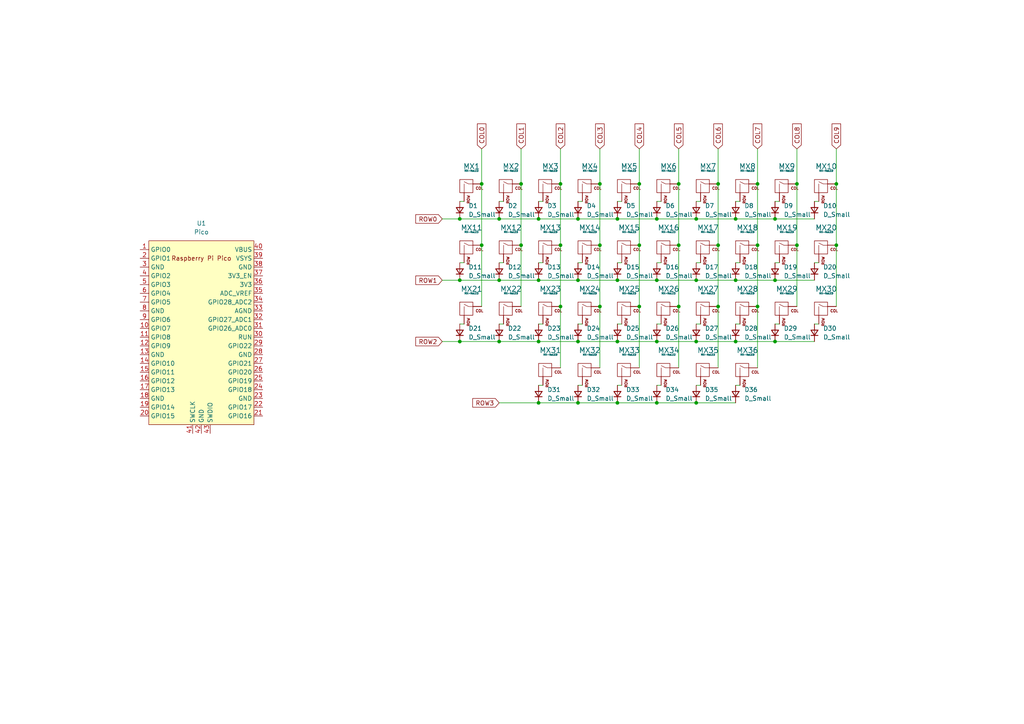
<source format=kicad_sch>
(kicad_sch (version 20211123) (generator eeschema)
  (paper "A4")
  (lib_symbols
    (symbol "Device:D_Small" (pin_numbers hide) (pin_names (offset 0.254) hide)
      (property "Reference" "D" (at -1.27 2.032 0))
      (property "Value" "D_Small" (at -3.81 -2.032 0))
      (symbol "D_Small_0_1"
        (polyline (pts (xy -0.762 -1.016) (xy -0.762 1.016)) (stroke (width 0.254)))
        (polyline (pts (xy -0.762 0) (xy 0.762 0)))
        (polyline (pts (xy 0.762 -1.016) (xy -0.762 0) (xy 0.762 1.016) (xy 0.762 -1.016)) (stroke (width 0.254)))
      )
      (symbol "D_Small_1_1"
        (pin passive line (at -2.54 0 0) (length 1.778) (name "K") (number "1"))
        (pin passive line (at 2.54 0 180) (length 1.778) (name "A") (number "2"))
      )
    )
    (symbol "MCU_RaspberryPi_and_Boards:Pico"
      (property "Reference" "U" (at -13.97 27.94 0))
      (property "Value" "Pico" (at 0 19.05 0))
      (symbol "Pico_0_0"
        (text "Raspberry Pi Pico" (at 0 21.59 0) (effects (font (size 1.27 1.27))))
      )
      (symbol "Pico_0_1"
        (rectangle (start -15.24 26.67) (end 15.24 -26.67) (fill (type background)))
      )
      (symbol "Pico_1_1"
        (pin bidirectional line (at -17.78 24.13 0) (length 2.54) (name "GPIO0") (number "1"))
        (pin bidirectional line (at -17.78 1.27 0) (length 2.54) (name "GPIO7") (number "10"))
        (pin bidirectional line (at -17.78 -1.27 0) (length 2.54) (name "GPIO8") (number "11"))
        (pin bidirectional line (at -17.78 -3.81 0) (length 2.54) (name "GPIO9") (number "12"))
        (pin power_in line (at -17.78 -6.35 0) (length 2.54) (name "GND") (number "13"))
        (pin bidirectional line (at -17.78 -8.89 0) (length 2.54) (name "GPIO10") (number "14"))
        (pin bidirectional line (at -17.78 -11.43 0) (length 2.54) (name "GPIO11") (number "15"))
        (pin bidirectional line (at -17.78 -13.97 0) (length 2.54) (name "GPIO12") (number "16"))
        (pin bidirectional line (at -17.78 -16.51 0) (length 2.54) (name "GPIO13") (number "17"))
        (pin power_in line (at -17.78 -19.05 0) (length 2.54) (name "GND") (number "18"))
        (pin bidirectional line (at -17.78 -21.59 0) (length 2.54) (name "GPIO14") (number "19"))
        (pin bidirectional line (at -17.78 21.59 0) (length 2.54) (name "GPIO1") (number "2"))
        (pin bidirectional line (at -17.78 -24.13 0) (length 2.54) (name "GPIO15") (number "20"))
        (pin bidirectional line (at 17.78 -24.13 180) (length 2.54) (name "GPIO16") (number "21"))
        (pin bidirectional line (at 17.78 -21.59 180) (length 2.54) (name "GPIO17") (number "22"))
        (pin power_in line (at 17.78 -19.05 180) (length 2.54) (name "GND") (number "23"))
        (pin bidirectional line (at 17.78 -16.51 180) (length 2.54) (name "GPIO18") (number "24"))
        (pin bidirectional line (at 17.78 -13.97 180) (length 2.54) (name "GPIO19") (number "25"))
        (pin bidirectional line (at 17.78 -11.43 180) (length 2.54) (name "GPIO20") (number "26"))
        (pin bidirectional line (at 17.78 -8.89 180) (length 2.54) (name "GPIO21") (number "27"))
        (pin power_in line (at 17.78 -6.35 180) (length 2.54) (name "GND") (number "28"))
        (pin bidirectional line (at 17.78 -3.81 180) (length 2.54) (name "GPIO22") (number "29"))
        (pin power_in line (at -17.78 19.05 0) (length 2.54) (name "GND") (number "3"))
        (pin input line (at 17.78 -1.27 180) (length 2.54) (name "RUN") (number "30"))
        (pin bidirectional line (at 17.78 1.27 180) (length 2.54) (name "GPIO26_ADC0") (number "31"))
        (pin bidirectional line (at 17.78 3.81 180) (length 2.54) (name "GPIO27_ADC1") (number "32"))
        (pin power_in line (at 17.78 6.35 180) (length 2.54) (name "AGND") (number "33"))
        (pin bidirectional line (at 17.78 8.89 180) (length 2.54) (name "GPIO28_ADC2") (number "34"))
        (pin power_in line (at 17.78 11.43 180) (length 2.54) (name "ADC_VREF") (number "35"))
        (pin power_in line (at 17.78 13.97 180) (length 2.54) (name "3V3") (number "36"))
        (pin input line (at 17.78 16.51 180) (length 2.54) (name "3V3_EN") (number "37"))
        (pin bidirectional line (at 17.78 19.05 180) (length 2.54) (name "GND") (number "38"))
        (pin power_in line (at 17.78 21.59 180) (length 2.54) (name "VSYS") (number "39"))
        (pin bidirectional line (at -17.78 16.51 0) (length 2.54) (name "GPIO2") (number "4"))
        (pin power_in line (at 17.78 24.13 180) (length 2.54) (name "VBUS") (number "40"))
        (pin input line (at -2.54 -29.21 90) (length 2.54) (name "SWCLK") (number "41"))
        (pin power_in line (at 0 -29.21 90) (length 2.54) (name "GND") (number "42"))
        (pin bidirectional line (at 2.54 -29.21 90) (length 2.54) (name "SWDIO") (number "43"))
        (pin bidirectional line (at -17.78 13.97 0) (length 2.54) (name "GPIO3") (number "5"))
        (pin bidirectional line (at -17.78 11.43 0) (length 2.54) (name "GPIO4") (number "6"))
        (pin bidirectional line (at -17.78 8.89 0) (length 2.54) (name "GPIO5") (number "7"))
        (pin power_in line (at -17.78 6.35 0) (length 2.54) (name "GND") (number "8"))
        (pin bidirectional line (at -17.78 3.81 0) (length 2.54) (name "GPIO6") (number "9"))
      )
    )
    (symbol "MX_Alps_Hybrid:MX-NoLED" (pin_names (offset 1.016))
      (property "Reference" "MX" (at -0.635 3.81 0))
      (property "Value" "MX-NoLED" (at -0.635 1.27 0))
      (symbol "MX-NoLED_0_0"
        (rectangle (start -2.54 2.54) (end 1.27 -1.27))
        (polyline (pts (xy -1.27 -1.27) (xy -1.27 1.27)) (stroke (width 0.127)))
        (polyline (pts (xy 1.27 1.27) (xy 0 1.27) (xy -1.27 1.905)) (stroke (width 0.127)))
        (text "COL" (at 3.175 0 0) (effects (font (size 0.762 0.762))))
        (text "ROW" (at 0 -1.905 900) (effects (font (size 0.762 0.762)) (justify right)))
      )
      (symbol "MX-NoLED_1_1"
        (pin passive line (at 3.81 1.27 180) (length 2.54) (name "COL") (number "1"))
        (pin passive line (at -1.27 -3.81 90) (length 2.54) (name "ROW") (number "2"))
      )
    )
  )
  (junction (at 179.07 81.28))
  (junction (at 144.78 99.06))
  (junction (at 156.21 116.84))
  (junction (at 167.64 99.06))
  (junction (at 190.5 116.84))
  (junction (at 224.79 99.06))
  (junction (at 139.7 53.34))
  (junction (at 173.99 71.12))
  (junction (at 167.64 81.28))
  (junction (at 139.7 71.12))
  (junction (at 173.99 88.9))
  (junction (at 167.64 116.84))
  (junction (at 179.07 63.5))
  (junction (at 179.07 116.84))
  (junction (at 213.36 81.28))
  (junction (at 167.64 63.5))
  (junction (at 190.5 63.5))
  (junction (at 133.35 99.06))
  (junction (at 219.71 88.9))
  (junction (at 208.28 53.34))
  (junction (at 185.42 53.34))
  (junction (at 156.21 99.06))
  (junction (at 242.57 53.34))
  (junction (at 219.71 53.34))
  (junction (at 144.78 63.5))
  (junction (at 133.35 63.5))
  (junction (at 179.07 99.06))
  (junction (at 162.56 88.9))
  (junction (at 190.5 81.28))
  (junction (at 213.36 63.5))
  (junction (at 151.13 71.12))
  (junction (at 201.93 63.5))
  (junction (at 156.21 81.28))
  (junction (at 231.14 71.12))
  (junction (at 219.71 71.12))
  (junction (at 201.93 116.84))
  (junction (at 185.42 71.12))
  (junction (at 208.28 88.9))
  (junction (at 162.56 71.12))
  (junction (at 151.13 53.34))
  (junction (at 196.85 53.34))
  (junction (at 201.93 99.06))
  (junction (at 242.57 71.12))
  (junction (at 190.5 99.06))
  (junction (at 224.79 81.28))
  (junction (at 156.21 63.5))
  (junction (at 224.79 63.5))
  (junction (at 133.35 81.28))
  (junction (at 196.85 71.12))
  (junction (at 201.93 81.28))
  (junction (at 144.78 81.28))
  (junction (at 185.42 88.9))
  (junction (at 162.56 53.34))
  (junction (at 231.14 53.34))
  (junction (at 196.85 88.9))
  (junction (at 208.28 71.12))
  (junction (at 213.36 99.06))
  (junction (at 173.99 53.34))
  (wire (pts (xy 208.28 71.12) (xy 208.28 88.9)))
  (wire (pts (xy 144.78 58.42) (xy 146.05 58.42)))
  (wire (pts (xy 231.14 53.34) (xy 231.14 71.12)))
  (wire (pts (xy 190.5 99.06) (xy 201.93 99.06)))
  (wire (pts (xy 201.93 111.76) (xy 203.2 111.76)))
  (wire (pts (xy 242.57 71.12) (xy 242.57 88.9)))
  (wire (pts (xy 179.07 58.42) (xy 180.34 58.42)))
  (wire (pts (xy 173.99 88.9) (xy 173.99 106.68)))
  (wire (pts (xy 179.07 111.76) (xy 180.34 111.76)))
  (wire (pts (xy 162.56 88.9) (xy 162.56 106.68)))
  (wire (pts (xy 167.64 111.76) (xy 168.91 111.76)))
  (wire (pts (xy 167.64 76.2) (xy 168.91 76.2)))
  (wire (pts (xy 201.93 116.84) (xy 213.36 116.84)))
  (wire (pts (xy 201.93 93.98) (xy 203.2 93.98)))
  (wire (pts (xy 231.14 43.18) (xy 231.14 53.34)))
  (wire (pts (xy 162.56 71.12) (xy 162.56 88.9)))
  (wire (pts (xy 167.64 81.28) (xy 179.07 81.28)))
  (wire (pts (xy 151.13 43.18) (xy 151.13 53.34)))
  (wire (pts (xy 208.28 53.34) (xy 208.28 71.12)))
  (wire (pts (xy 139.7 71.12) (xy 139.7 88.9)))
  (wire (pts (xy 156.21 58.42) (xy 157.48 58.42)))
  (wire (pts (xy 156.21 116.84) (xy 167.64 116.84)))
  (wire (pts (xy 179.07 81.28) (xy 190.5 81.28)))
  (wire (pts (xy 156.21 63.5) (xy 167.64 63.5)))
  (wire (pts (xy 133.35 58.42) (xy 134.62 58.42)))
  (wire (pts (xy 190.5 93.98) (xy 191.77 93.98)))
  (wire (pts (xy 236.22 76.2) (xy 237.49 76.2)))
  (wire (pts (xy 167.64 116.84) (xy 179.07 116.84)))
  (wire (pts (xy 201.93 63.5) (xy 213.36 63.5)))
  (wire (pts (xy 167.64 99.06) (xy 179.07 99.06)))
  (wire (pts (xy 208.28 88.9) (xy 208.28 106.68)))
  (wire (pts (xy 133.35 93.98) (xy 134.62 93.98)))
  (wire (pts (xy 236.22 93.98) (xy 237.49 93.98)))
  (wire (pts (xy 179.07 76.2) (xy 180.34 76.2)))
  (wire (pts (xy 196.85 71.12) (xy 196.85 88.9)))
  (wire (pts (xy 173.99 71.12) (xy 173.99 88.9)))
  (wire (pts (xy 179.07 116.84) (xy 190.5 116.84)))
  (wire (pts (xy 224.79 76.2) (xy 226.06 76.2)))
  (wire (pts (xy 128.27 63.5) (xy 133.35 63.5)))
  (wire (pts (xy 156.21 81.28) (xy 167.64 81.28)))
  (wire (pts (xy 133.35 81.28) (xy 144.78 81.28)))
  (wire (pts (xy 162.56 43.18) (xy 162.56 53.34)))
  (wire (pts (xy 213.36 111.76) (xy 214.63 111.76)))
  (wire (pts (xy 201.93 99.06) (xy 213.36 99.06)))
  (wire (pts (xy 185.42 88.9) (xy 185.42 106.68)))
  (wire (pts (xy 201.93 58.42) (xy 203.2 58.42)))
  (wire (pts (xy 213.36 76.2) (xy 214.63 76.2)))
  (wire (pts (xy 156.21 93.98) (xy 157.48 93.98)))
  (wire (pts (xy 139.7 43.18) (xy 139.7 53.34)))
  (wire (pts (xy 144.78 81.28) (xy 156.21 81.28)))
  (wire (pts (xy 236.22 58.42) (xy 237.49 58.42)))
  (wire (pts (xy 224.79 58.42) (xy 226.06 58.42)))
  (wire (pts (xy 162.56 53.34) (xy 162.56 71.12)))
  (wire (pts (xy 219.71 53.34) (xy 219.71 71.12)))
  (wire (pts (xy 156.21 99.06) (xy 167.64 99.06)))
  (wire (pts (xy 219.71 43.18) (xy 219.71 53.34)))
  (wire (pts (xy 201.93 76.2) (xy 203.2 76.2)))
  (wire (pts (xy 190.5 81.28) (xy 201.93 81.28)))
  (wire (pts (xy 128.27 81.28) (xy 133.35 81.28)))
  (wire (pts (xy 190.5 116.84) (xy 201.93 116.84)))
  (wire (pts (xy 196.85 53.34) (xy 196.85 71.12)))
  (wire (pts (xy 133.35 63.5) (xy 144.78 63.5)))
  (wire (pts (xy 224.79 93.98) (xy 226.06 93.98)))
  (wire (pts (xy 156.21 76.2) (xy 157.48 76.2)))
  (wire (pts (xy 190.5 76.2) (xy 191.77 76.2)))
  (wire (pts (xy 185.42 71.12) (xy 185.42 88.9)))
  (wire (pts (xy 219.71 71.12) (xy 219.71 88.9)))
  (wire (pts (xy 173.99 53.34) (xy 173.99 71.12)))
  (wire (pts (xy 190.5 58.42) (xy 191.77 58.42)))
  (wire (pts (xy 213.36 93.98) (xy 214.63 93.98)))
  (wire (pts (xy 144.78 99.06) (xy 156.21 99.06)))
  (wire (pts (xy 196.85 43.18) (xy 196.85 53.34)))
  (wire (pts (xy 224.79 81.28) (xy 236.22 81.28)))
  (wire (pts (xy 128.27 99.06) (xy 133.35 99.06)))
  (wire (pts (xy 133.35 99.06) (xy 144.78 99.06)))
  (wire (pts (xy 167.64 63.5) (xy 179.07 63.5)))
  (wire (pts (xy 179.07 99.06) (xy 190.5 99.06)))
  (wire (pts (xy 139.7 53.34) (xy 139.7 71.12)))
  (wire (pts (xy 151.13 71.12) (xy 151.13 88.9)))
  (wire (pts (xy 213.36 99.06) (xy 224.79 99.06)))
  (wire (pts (xy 196.85 88.9) (xy 196.85 106.68)))
  (wire (pts (xy 213.36 81.28) (xy 224.79 81.28)))
  (wire (pts (xy 224.79 99.06) (xy 236.22 99.06)))
  (wire (pts (xy 173.99 43.18) (xy 173.99 53.34)))
  (wire (pts (xy 144.78 93.98) (xy 146.05 93.98)))
  (wire (pts (xy 224.79 63.5) (xy 236.22 63.5)))
  (wire (pts (xy 185.42 53.34) (xy 185.42 71.12)))
  (wire (pts (xy 190.5 63.5) (xy 201.93 63.5)))
  (wire (pts (xy 144.78 116.84) (xy 156.21 116.84)))
  (wire (pts (xy 231.14 71.12) (xy 231.14 88.9)))
  (wire (pts (xy 208.28 43.18) (xy 208.28 53.34)))
  (wire (pts (xy 213.36 58.42) (xy 214.63 58.42)))
  (wire (pts (xy 144.78 63.5) (xy 156.21 63.5)))
  (wire (pts (xy 219.71 88.9) (xy 219.71 106.68)))
  (wire (pts (xy 144.78 76.2) (xy 146.05 76.2)))
  (wire (pts (xy 167.64 93.98) (xy 168.91 93.98)))
  (wire (pts (xy 190.5 111.76) (xy 191.77 111.76)))
  (wire (pts (xy 156.21 111.76) (xy 157.48 111.76)))
  (wire (pts (xy 151.13 53.34) (xy 151.13 71.12)))
  (wire (pts (xy 179.07 93.98) (xy 180.34 93.98)))
  (wire (pts (xy 167.64 58.42) (xy 168.91 58.42)))
  (wire (pts (xy 185.42 43.18) (xy 185.42 53.34)))
  (wire (pts (xy 242.57 43.18) (xy 242.57 53.34)))
  (wire (pts (xy 133.35 76.2) (xy 134.62 76.2)))
  (wire (pts (xy 179.07 63.5) (xy 190.5 63.5)))
  (wire (pts (xy 201.93 81.28) (xy 213.36 81.28)))
  (wire (pts (xy 213.36 63.5) (xy 224.79 63.5)))
  (wire (pts (xy 242.57 53.34) (xy 242.57 71.12)))
  (global_label "ROW2" (shape input) (at 128.27 99.06 180) (property "Intersheet References" "${INTERSHEET_REFS}" (effects hide)))
  (global_label "COL5" (shape input) (at 196.85 43.18 90) (property "Intersheet References" "${INTERSHEET_REFS}" (effects hide)))
  (global_label "COL8" (shape input) (at 231.14 43.18 90) (property "Intersheet References" "${INTERSHEET_REFS}" (effects hide)))
  (global_label "COL6" (shape input) (at 208.28 43.18 90) (property "Intersheet References" "${INTERSHEET_REFS}" (effects hide)))
  (global_label "COL9" (shape input) (at 242.57 43.18 90) (property "Intersheet References" "${INTERSHEET_REFS}" (effects hide)))
  (global_label "COL1" (shape input) (at 151.13 43.18 90) (property "Intersheet References" "${INTERSHEET_REFS}" (effects hide)))
  (global_label "ROW1" (shape input) (at 128.27 81.28 180) (property "Intersheet References" "${INTERSHEET_REFS}" (effects hide)))
  (global_label "COL2" (shape input) (at 162.56 43.18 90) (property "Intersheet References" "${INTERSHEET_REFS}" (effects hide)))
  (global_label "COL3" (shape input) (at 173.99 43.18 90) (property "Intersheet References" "${INTERSHEET_REFS}" (effects hide)))
  (global_label "COL0" (shape input) (at 139.7 43.18 90) (property "Intersheet References" "${INTERSHEET_REFS}" (effects hide)))
  (global_label "COL4" (shape input) (at 185.42 43.18 90) (property "Intersheet References" "${INTERSHEET_REFS}" (effects hide)))
  (global_label "ROW0" (shape input) (at 128.27 63.5 180) (property "Intersheet References" "${INTERSHEET_REFS}" (effects hide)))
  (global_label "ROW3" (shape input) (at 144.78 116.84 180) (property "Intersheet References" "${INTERSHEET_REFS}" (effects hide)))
  (global_label "COL7" (shape input) (at 219.71 43.18 90) (property "Intersheet References" "${INTERSHEET_REFS}" (effects hide)))
  (symbol (lib_id "MX_Alps_Hybrid:MX-NoLED") (at 181.61 107.95 0) (unit 1)
    (property "Reference" "MX33" (at 182.4956 101.6 0) (effects (font (size 1.524 1.524))))
    (property "Value" "MX-NoLED" (at 182.4956 102.87 0) (effects (font (size 0.508 0.508))))
    (property "Footprint" "Keebio-Parts:Kailh-PG1350-1u-NoLED" (effects hide))
  )
  (symbol (lib_id "MX_Alps_Hybrid:MX-NoLED") (at 181.61 90.17 0) (unit 1)
    (property "Reference" "MX25" (at 182.4956 83.82 0) (effects (font (size 1.524 1.524))))
    (property "Value" "MX-NoLED" (at 182.4956 85.09 0) (effects (font (size 0.508 0.508))))
    (property "Footprint" "Keebio-Parts:Kailh-PG1350-1u-NoLED" (effects hide))
  )
  (symbol (lib_id "MX_Alps_Hybrid:MX-NoLED") (at 135.89 90.17 0) (unit 1)
    (property "Reference" "MX21" (at 136.7756 83.82 0) (effects (font (size 1.524 1.524))))
    (property "Value" "MX-NoLED" (at 136.7756 85.09 0) (effects (font (size 0.508 0.508))))
    (property "Footprint" "Keebio-Parts:Kailh-PG1350-1u-NoLED" (effects hide))
  )
  (symbol (lib_id "MX_Alps_Hybrid:MX-NoLED") (at 170.18 54.61 0) (unit 1)
    (property "Reference" "MX4" (at 171.0656 48.26 0) (effects (font (size 1.524 1.524))))
    (property "Value" "MX-NoLED" (at 171.0656 49.53 0) (effects (font (size 0.508 0.508))))
    (property "Footprint" "Keebio-Parts:Kailh-PG1350-1u-NoLED" (effects hide))
  )
  (symbol (lib_id "MX_Alps_Hybrid:MX-NoLED") (at 204.47 54.61 0) (unit 1)
    (property "Reference" "MX7" (at 205.3556 48.26 0) (effects (font (size 1.524 1.524))))
    (property "Value" "MX-NoLED" (at 205.3556 49.53 0) (effects (font (size 0.508 0.508))))
    (property "Footprint" "Keebio-Parts:Kailh-PG1350-1u-NoLED" (effects hide))
  )
  (symbol (lib_id "Device:D_Small") (at 201.93 96.52 90) (unit 1)
    (property "Reference" "D27" (at 204.47 95.2499 90) (effects (justify right)))
    (property "Value" "D_Small" (at 204.47 97.7899 90) (effects (justify right)))
    (property "Footprint" "Keebio-Parts:Diode-Hybrid-Back" (effects hide))
  )
  (symbol (lib_id "MX_Alps_Hybrid:MX-NoLED") (at 147.32 90.17 0) (unit 1)
    (property "Reference" "MX22" (at 148.2056 83.82 0) (effects (font (size 1.524 1.524))))
    (property "Value" "MX-NoLED" (at 148.2056 85.09 0) (effects (font (size 0.508 0.508))))
    (property "Footprint" "Keebio-Parts:Kailh-PG1350-1u-NoLED" (effects hide))
  )
  (symbol (lib_id "Device:D_Small") (at 167.64 60.96 90) (unit 1)
    (property "Reference" "D4" (at 170.18 59.6899 90) (effects (justify right)))
    (property "Value" "D_Small" (at 170.18 62.2299 90) (effects (justify right)))
    (property "Footprint" "Keebio-Parts:Diode-Hybrid-Back" (effects hide))
  )
  (symbol (lib_id "MX_Alps_Hybrid:MX-NoLED") (at 135.89 72.39 0) (unit 1)
    (property "Reference" "MX11" (at 136.7756 66.04 0) (effects (font (size 1.524 1.524))))
    (property "Value" "MX-NoLED" (at 136.7756 67.31 0) (effects (font (size 0.508 0.508))))
    (property "Footprint" "Keebio-Parts:Kailh-PG1350-1u-NoLED" (effects hide))
  )
  (symbol (lib_id "MX_Alps_Hybrid:MX-NoLED") (at 158.75 90.17 0) (unit 1)
    (property "Reference" "MX23" (at 159.6356 83.82 0) (effects (font (size 1.524 1.524))))
    (property "Value" "MX-NoLED" (at 159.6356 85.09 0) (effects (font (size 0.508 0.508))))
    (property "Footprint" "Keebio-Parts:Kailh-PG1350-1u-NoLED" (effects hide))
  )
  (symbol (lib_id "MX_Alps_Hybrid:MX-NoLED") (at 158.75 54.61 0) (unit 1)
    (property "Reference" "MX3" (at 159.6356 48.26 0) (effects (font (size 1.524 1.524))))
    (property "Value" "MX-NoLED" (at 159.6356 49.53 0) (effects (font (size 0.508 0.508))))
    (property "Footprint" "Keebio-Parts:Kailh-PG1350-1u-NoLED" (effects hide))
  )
  (symbol (lib_id "Device:D_Small") (at 190.5 60.96 90) (unit 1)
    (property "Reference" "D6" (at 193.04 59.6899 90) (effects (justify right)))
    (property "Value" "D_Small" (at 193.04 62.2299 90) (effects (justify right)))
    (property "Footprint" "Keebio-Parts:Diode-Hybrid-Back" (effects hide))
  )
  (symbol (lib_id "MX_Alps_Hybrid:MX-NoLED") (at 238.76 54.61 0) (unit 1)
    (property "Reference" "MX10" (at 239.6456 48.26 0) (effects (font (size 1.524 1.524))))
    (property "Value" "MX-NoLED" (at 239.6456 49.53 0) (effects (font (size 0.508 0.508))))
    (property "Footprint" "Keebio-Parts:Kailh-PG1350-1u-NoLED" (effects hide))
  )
  (symbol (lib_id "MX_Alps_Hybrid:MX-NoLED") (at 193.04 107.95 0) (unit 1)
    (property "Reference" "MX34" (at 193.9256 101.6 0) (effects (font (size 1.524 1.524))))
    (property "Value" "MX-NoLED" (at 193.9256 102.87 0) (effects (font (size 0.508 0.508))))
    (property "Footprint" "Keebio-Parts:Kailh-PG1350-1u-NoLED" (effects hide))
  )
  (symbol (lib_id "MX_Alps_Hybrid:MX-NoLED") (at 181.61 72.39 0) (unit 1)
    (property "Reference" "MX15" (at 182.4956 66.04 0) (effects (font (size 1.524 1.524))))
    (property "Value" "MX-NoLED" (at 182.4956 67.31 0) (effects (font (size 0.508 0.508))))
    (property "Footprint" "Keebio-Parts:Kailh-PG1350-1u-NoLED" (effects hide))
  )
  (symbol (lib_id "MX_Alps_Hybrid:MX-NoLED") (at 147.32 54.61 0) (unit 1)
    (property "Reference" "MX2" (at 148.2056 48.26 0) (effects (font (size 1.524 1.524))))
    (property "Value" "MX-NoLED" (at 148.2056 49.53 0) (effects (font (size 0.508 0.508))))
    (property "Footprint" "Keebio-Parts:Kailh-PG1350-1u-NoLED" (effects hide))
  )
  (symbol (lib_id "MX_Alps_Hybrid:MX-NoLED") (at 135.89 54.61 0) (unit 1)
    (property "Reference" "MX1" (at 136.7756 48.26 0) (effects (font (size 1.524 1.524))))
    (property "Value" "MX-NoLED" (at 136.7756 49.53 0) (effects (font (size 0.508 0.508))))
    (property "Footprint" "Keebio-Parts:Kailh-PG1350-1u-NoLED" (effects hide))
  )
  (symbol (lib_id "Device:D_Small") (at 179.07 78.74 90) (unit 1)
    (property "Reference" "D15" (at 181.61 77.4699 90) (effects (justify right)))
    (property "Value" "D_Small" (at 181.61 80.0099 90) (effects (justify right)))
    (property "Footprint" "Keebio-Parts:Diode-Hybrid-Back" (effects hide))
  )
  (symbol (lib_id "Device:D_Small") (at 213.36 78.74 90) (unit 1)
    (property "Reference" "D18" (at 215.9 77.4699 90) (effects (justify right)))
    (property "Value" "D_Small" (at 215.9 80.0099 90) (effects (justify right)))
    (property "Footprint" "Keebio-Parts:Diode-Hybrid-Back" (effects hide))
  )
  (symbol (lib_id "MX_Alps_Hybrid:MX-NoLED") (at 193.04 54.61 0) (unit 1)
    (property "Reference" "MX6" (at 193.9256 48.26 0) (effects (font (size 1.524 1.524))))
    (property "Value" "MX-NoLED" (at 193.9256 49.53 0) (effects (font (size 0.508 0.508))))
    (property "Footprint" "Keebio-Parts:Kailh-PG1350-1u-NoLED" (effects hide))
  )
  (symbol (lib_id "MX_Alps_Hybrid:MX-NoLED") (at 238.76 90.17 0) (unit 1)
    (property "Reference" "MX30" (at 239.6456 83.82 0) (effects (font (size 1.524 1.524))))
    (property "Value" "MX-NoLED" (at 239.6456 85.09 0) (effects (font (size 0.508 0.508))))
    (property "Footprint" "Keebio-Parts:Kailh-PG1350-1u-NoLED" (effects hide))
  )
  (symbol (lib_id "MX_Alps_Hybrid:MX-NoLED") (at 181.61 54.61 0) (unit 1)
    (property "Reference" "MX5" (at 182.4956 48.26 0) (effects (font (size 1.524 1.524))))
    (property "Value" "MX-NoLED" (at 182.4956 49.53 0) (effects (font (size 0.508 0.508))))
    (property "Footprint" "Keebio-Parts:Kailh-PG1350-1u-NoLED" (effects hide))
  )
  (symbol (lib_id "MCU_RaspberryPi_and_Boards:Pico") (at 58.42 96.52 0) (unit 1)
    (property "Reference" "U1" (at 58.42 64.77 0))
    (property "Value" "Pico" (at 58.42 67.31 0))
    (property "Footprint" "MCU_RaspberryPi_and_Boards:RPi_Pico_SMD_TH" (effects hide))
  )
  (symbol (lib_id "MX_Alps_Hybrid:MX-NoLED") (at 147.32 72.39 0) (unit 1)
    (property "Reference" "MX12" (at 148.2056 66.04 0) (effects (font (size 1.524 1.524))))
    (property "Value" "MX-NoLED" (at 148.2056 67.31 0) (effects (font (size 0.508 0.508))))
    (property "Footprint" "Keebio-Parts:Kailh-PG1350-1u-NoLED" (effects hide))
  )
  (symbol (lib_id "Device:D_Small") (at 224.79 78.74 90) (unit 1)
    (property "Reference" "D19" (at 227.33 77.4699 90) (effects (justify right)))
    (property "Value" "D_Small" (at 227.33 80.0099 90) (effects (justify right)))
    (property "Footprint" "Keebio-Parts:Diode-Hybrid-Back" (effects hide))
  )
  (symbol (lib_id "MX_Alps_Hybrid:MX-NoLED") (at 215.9 107.95 0) (unit 1)
    (property "Reference" "MX36" (at 216.7856 101.6 0) (effects (font (size 1.524 1.524))))
    (property "Value" "MX-NoLED" (at 216.7856 102.87 0) (effects (font (size 0.508 0.508))))
    (property "Footprint" "Keebio-Parts:Kailh-PG1350-1u-NoLED" (effects hide))
  )
  (symbol (lib_id "Device:D_Small") (at 201.93 114.3 90) (unit 1)
    (property "Reference" "D35" (at 204.47 113.0299 90) (effects (justify right)))
    (property "Value" "D_Small" (at 204.47 115.5699 90) (effects (justify right)))
    (property "Footprint" "Keebio-Parts:Diode-Hybrid-Back" (effects hide))
  )
  (symbol (lib_id "MX_Alps_Hybrid:MX-NoLED") (at 204.47 107.95 0) (unit 1)
    (property "Reference" "MX35" (at 205.3556 101.6 0) (effects (font (size 1.524 1.524))))
    (property "Value" "MX-NoLED" (at 205.3556 102.87 0) (effects (font (size 0.508 0.508))))
    (property "Footprint" "Keebio-Parts:Kailh-PG1350-1u-NoLED" (effects hide))
  )
  (symbol (lib_id "Device:D_Small") (at 167.64 96.52 90) (unit 1)
    (property "Reference" "D24" (at 170.18 95.2499 90) (effects (justify right)))
    (property "Value" "D_Small" (at 170.18 97.7899 90) (effects (justify right)))
    (property "Footprint" "Keebio-Parts:Diode-Hybrid-Back" (effects hide))
  )
  (symbol (lib_id "Device:D_Small") (at 133.35 60.96 90) (unit 1)
    (property "Reference" "D1" (at 135.89 59.6899 90) (effects (justify right)))
    (property "Value" "D_Small" (at 135.89 62.2299 90) (effects (justify right)))
    (property "Footprint" "Keebio-Parts:Diode-Hybrid-Back" (effects hide))
  )
  (symbol (lib_id "Device:D_Small") (at 213.36 60.96 90) (unit 1)
    (property "Reference" "D8" (at 215.9 59.6899 90) (effects (justify right)))
    (property "Value" "D_Small" (at 215.9 62.2299 90) (effects (justify right)))
    (property "Footprint" "Keebio-Parts:Diode-Hybrid-Back" (effects hide))
  )
  (symbol (lib_id "Device:D_Small") (at 167.64 78.74 90) (unit 1)
    (property "Reference" "D14" (at 170.18 77.4699 90) (effects (justify right)))
    (property "Value" "D_Small" (at 170.18 80.0099 90) (effects (justify right)))
    (property "Footprint" "Keebio-Parts:Diode-Hybrid-Back" (effects hide))
  )
  (symbol (lib_id "Device:D_Small") (at 167.64 114.3 90) (unit 1)
    (property "Reference" "D32" (at 170.18 113.0299 90) (effects (justify right)))
    (property "Value" "D_Small" (at 170.18 115.5699 90) (effects (justify right)))
    (property "Footprint" "Keebio-Parts:Diode-Hybrid-Back" (effects hide))
  )
  (symbol (lib_id "Device:D_Small") (at 213.36 114.3 90) (unit 1)
    (property "Reference" "D36" (at 215.9 113.0299 90) (effects (justify right)))
    (property "Value" "D_Small" (at 215.9 115.5699 90) (effects (justify right)))
    (property "Footprint" "Keebio-Parts:Diode-Hybrid-Back" (effects hide))
  )
  (symbol (lib_id "Device:D_Small") (at 236.22 60.96 90) (unit 1)
    (property "Reference" "D10" (at 238.76 59.6899 90) (effects (justify right)))
    (property "Value" "D_Small" (at 238.76 62.2299 90) (effects (justify right)))
    (property "Footprint" "Keebio-Parts:Diode-Hybrid-Back" (effects hide))
  )
  (symbol (lib_id "Device:D_Small") (at 156.21 114.3 90) (unit 1)
    (property "Reference" "D31" (at 158.75 113.0299 90) (effects (justify right)))
    (property "Value" "D_Small" (at 158.75 115.5699 90) (effects (justify right)))
    (property "Footprint" "Keebio-Parts:Diode-Hybrid-Back" (effects hide))
  )
  (symbol (lib_id "Device:D_Small") (at 236.22 78.74 90) (unit 1)
    (property "Reference" "D20" (at 238.76 77.4699 90) (effects (justify right)))
    (property "Value" "D_Small" (at 238.76 80.0099 90) (effects (justify right)))
    (property "Footprint" "Keebio-Parts:Diode-Hybrid-Back" (effects hide))
  )
  (symbol (lib_id "MX_Alps_Hybrid:MX-NoLED") (at 238.76 72.39 0) (unit 1)
    (property "Reference" "MX20" (at 239.6456 66.04 0) (effects (font (size 1.524 1.524))))
    (property "Value" "MX-NoLED" (at 239.6456 67.31 0) (effects (font (size 0.508 0.508))))
    (property "Footprint" "Keebio-Parts:Kailh-PG1350-1u-NoLED" (effects hide))
  )
  (symbol (lib_id "MX_Alps_Hybrid:MX-NoLED") (at 215.9 54.61 0) (unit 1)
    (property "Reference" "MX8" (at 216.7856 48.26 0) (effects (font (size 1.524 1.524))))
    (property "Value" "MX-NoLED" (at 216.7856 49.53 0) (effects (font (size 0.508 0.508))))
    (property "Footprint" "Keebio-Parts:Kailh-PG1350-1u-NoLED" (effects hide))
  )
  (symbol (lib_id "Device:D_Small") (at 224.79 96.52 90) (unit 1)
    (property "Reference" "D29" (at 227.33 95.2499 90) (effects (justify right)))
    (property "Value" "D_Small" (at 227.33 97.7899 90) (effects (justify right)))
    (property "Footprint" "Keebio-Parts:Diode-Hybrid-Back" (effects hide))
  )
  (symbol (lib_id "Device:D_Small") (at 190.5 78.74 90) (unit 1)
    (property "Reference" "D16" (at 193.04 77.4699 90) (effects (justify right)))
    (property "Value" "D_Small" (at 193.04 80.0099 90) (effects (justify right)))
    (property "Footprint" "Keebio-Parts:Diode-Hybrid-Back" (effects hide))
  )
  (symbol (lib_id "MX_Alps_Hybrid:MX-NoLED") (at 170.18 107.95 0) (unit 1)
    (property "Reference" "MX32" (at 171.0656 101.6 0) (effects (font (size 1.524 1.524))))
    (property "Value" "MX-NoLED" (at 171.0656 102.87 0) (effects (font (size 0.508 0.508))))
    (property "Footprint" "Keebio-Parts:Kailh-PG1350-1u-NoLED" (effects hide))
  )
  (symbol (lib_id "MX_Alps_Hybrid:MX-NoLED") (at 170.18 72.39 0) (unit 1)
    (property "Reference" "MX14" (at 171.0656 66.04 0) (effects (font (size 1.524 1.524))))
    (property "Value" "MX-NoLED" (at 171.0656 67.31 0) (effects (font (size 0.508 0.508))))
    (property "Footprint" "Keebio-Parts:Kailh-PG1350-1u-NoLED" (effects hide))
  )
  (symbol (lib_id "MX_Alps_Hybrid:MX-NoLED") (at 227.33 54.61 0) (unit 1)
    (property "Reference" "MX9" (at 228.2156 48.26 0) (effects (font (size 1.524 1.524))))
    (property "Value" "MX-NoLED" (at 228.2156 49.53 0) (effects (font (size 0.508 0.508))))
    (property "Footprint" "Keebio-Parts:Kailh-PG1350-1u-NoLED" (effects hide))
  )
  (symbol (lib_id "Device:D_Small") (at 213.36 96.52 90) (unit 1)
    (property "Reference" "D28" (at 215.9 95.2499 90) (effects (justify right)))
    (property "Value" "D_Small" (at 215.9 97.7899 90) (effects (justify right)))
    (property "Footprint" "Keebio-Parts:Diode-Hybrid-Back" (effects hide))
  )
  (symbol (lib_id "Device:D_Small") (at 144.78 60.96 90) (unit 1)
    (property "Reference" "D2" (at 147.32 59.6899 90) (effects (justify right)))
    (property "Value" "D_Small" (at 147.32 62.2299 90) (effects (justify right)))
    (property "Footprint" "Keebio-Parts:Diode-Hybrid-Back" (effects hide))
  )
  (symbol (lib_id "Device:D_Small") (at 179.07 114.3 90) (unit 1)
    (property "Reference" "D33" (at 181.61 113.0299 90) (effects (justify right)))
    (property "Value" "D_Small" (at 181.61 115.5699 90) (effects (justify right)))
    (property "Footprint" "Keebio-Parts:Diode-Hybrid-Back" (effects hide))
  )
  (symbol (lib_id "Device:D_Small") (at 133.35 78.74 90) (unit 1)
    (property "Reference" "D11" (at 135.89 77.4699 90) (effects (justify right)))
    (property "Value" "D_Small" (at 135.89 80.0099 90) (effects (justify right)))
    (property "Footprint" "Keebio-Parts:Diode-Hybrid-Back" (effects hide))
  )
  (symbol (lib_id "Device:D_Small") (at 190.5 114.3 90) (unit 1)
    (property "Reference" "D34" (at 193.04 113.0299 90) (effects (justify right)))
    (property "Value" "D_Small" (at 193.04 115.5699 90) (effects (justify right)))
    (property "Footprint" "Keebio-Parts:Diode-Hybrid-Back" (effects hide))
  )
  (symbol (lib_id "MX_Alps_Hybrid:MX-NoLED") (at 170.18 90.17 0) (unit 1)
    (property "Reference" "MX24" (at 171.0656 83.82 0) (effects (font (size 1.524 1.524))))
    (property "Value" "MX-NoLED" (at 171.0656 85.09 0) (effects (font (size 0.508 0.508))))
    (property "Footprint" "Keebio-Parts:Kailh-PG1350-1u-NoLED" (effects hide))
  )
  (symbol (lib_id "MX_Alps_Hybrid:MX-NoLED") (at 158.75 107.95 0) (unit 1)
    (property "Reference" "MX31" (at 159.6356 101.6 0) (effects (font (size 1.524 1.524))))
    (property "Value" "MX-NoLED" (at 159.6356 102.87 0) (effects (font (size 0.508 0.508))))
    (property "Footprint" "Keebio-Parts:Kailh-PG1350-1u-NoLED" (effects hide))
  )
  (symbol (lib_id "MX_Alps_Hybrid:MX-NoLED") (at 215.9 72.39 0) (unit 1)
    (property "Reference" "MX18" (at 216.7856 66.04 0) (effects (font (size 1.524 1.524))))
    (property "Value" "MX-NoLED" (at 216.7856 67.31 0) (effects (font (size 0.508 0.508))))
    (property "Footprint" "Keebio-Parts:Kailh-PG1350-1u-NoLED" (effects hide))
  )
  (symbol (lib_id "MX_Alps_Hybrid:MX-NoLED") (at 193.04 72.39 0) (unit 1)
    (property "Reference" "MX16" (at 193.9256 66.04 0) (effects (font (size 1.524 1.524))))
    (property "Value" "MX-NoLED" (at 193.9256 67.31 0) (effects (font (size 0.508 0.508))))
    (property "Footprint" "Keebio-Parts:Kailh-PG1350-1u-NoLED" (effects hide))
  )
  (symbol (lib_id "Device:D_Small") (at 201.93 78.74 90) (unit 1)
    (property "Reference" "D17" (at 204.47 77.4699 90) (effects (justify right)))
    (property "Value" "D_Small" (at 204.47 80.0099 90) (effects (justify right)))
    (property "Footprint" "Keebio-Parts:Diode-Hybrid-Back" (effects hide))
  )
  (symbol (lib_id "Device:D_Small") (at 156.21 60.96 90) (unit 1)
    (property "Reference" "D3" (at 158.75 59.6899 90) (effects (justify right)))
    (property "Value" "D_Small" (at 158.75 62.2299 90) (effects (justify right)))
    (property "Footprint" "Keebio-Parts:Diode-Hybrid-Back" (effects hide))
  )
  (symbol (lib_id "Device:D_Small") (at 179.07 60.96 90) (unit 1)
    (property "Reference" "D5" (at 181.61 59.6899 90) (effects (justify right)))
    (property "Value" "D_Small" (at 181.61 62.2299 90) (effects (justify right)))
    (property "Footprint" "Keebio-Parts:Diode-Hybrid-Back" (effects hide))
  )
  (symbol (lib_id "Device:D_Small") (at 144.78 96.52 90) (unit 1)
    (property "Reference" "D22" (at 147.32 95.2499 90) (effects (justify right)))
    (property "Value" "D_Small" (at 147.32 97.7899 90) (effects (justify right)))
    (property "Footprint" "Keebio-Parts:Diode-Hybrid-Back" (effects hide))
  )
  (symbol (lib_id "Device:D_Small") (at 144.78 78.74 90) (unit 1)
    (property "Reference" "D12" (at 147.32 77.4699 90) (effects (justify right)))
    (property "Value" "D_Small" (at 147.32 80.0099 90) (effects (justify right)))
    (property "Footprint" "Keebio-Parts:Diode-Hybrid-Back" (effects hide))
  )
  (symbol (lib_id "MX_Alps_Hybrid:MX-NoLED") (at 204.47 72.39 0) (unit 1)
    (property "Reference" "MX17" (at 205.3556 66.04 0) (effects (font (size 1.524 1.524))))
    (property "Value" "MX-NoLED" (at 205.3556 67.31 0) (effects (font (size 0.508 0.508))))
    (property "Footprint" "Keebio-Parts:Kailh-PG1350-1u-NoLED" (effects hide))
  )
  (symbol (lib_id "Device:D_Small") (at 224.79 60.96 90) (unit 1)
    (property "Reference" "D9" (at 227.33 59.6899 90) (effects (justify right)))
    (property "Value" "D_Small" (at 227.33 62.2299 90) (effects (justify right)))
    (property "Footprint" "Keebio-Parts:Diode-Hybrid-Back" (effects hide))
  )
  (symbol (lib_id "Device:D_Small") (at 236.22 96.52 90) (unit 1)
    (property "Reference" "D30" (at 238.76 95.2499 90) (effects (justify right)))
    (property "Value" "D_Small" (at 238.76 97.7899 90) (effects (justify right)))
    (property "Footprint" "Keebio-Parts:Diode-Hybrid-Back" (effects hide))
  )
  (symbol (lib_id "MX_Alps_Hybrid:MX-NoLED") (at 227.33 90.17 0) (unit 1)
    (property "Reference" "MX29" (at 228.2156 83.82 0) (effects (font (size 1.524 1.524))))
    (property "Value" "MX-NoLED" (at 228.2156 85.09 0) (effects (font (size 0.508 0.508))))
    (property "Footprint" "Keebio-Parts:Kailh-PG1350-1u-NoLED" (effects hide))
  )
  (symbol (lib_id "Device:D_Small") (at 133.35 96.52 90) (unit 1)
    (property "Reference" "D21" (at 135.89 95.2499 90) (effects (justify right)))
    (property "Value" "D_Small" (at 135.89 97.7899 90) (effects (justify right)))
    (property "Footprint" "Keebio-Parts:Diode-Hybrid-Back" (effects hide))
  )
  (symbol (lib_id "Device:D_Small") (at 156.21 78.74 90) (unit 1)
    (property "Reference" "D13" (at 158.75 77.4699 90) (effects (justify right)))
    (property "Value" "D_Small" (at 158.75 80.0099 90) (effects (justify right)))
    (property "Footprint" "Keebio-Parts:Diode-Hybrid-Back" (effects hide))
  )
  (symbol (lib_id "Device:D_Small") (at 190.5 96.52 90) (unit 1)
    (property "Reference" "D26" (at 193.04 95.2499 90) (effects (justify right)))
    (property "Value" "D_Small" (at 193.04 97.7899 90) (effects (justify right)))
    (property "Footprint" "Keebio-Parts:Diode-Hybrid-Back" (effects hide))
  )
  (symbol (lib_id "MX_Alps_Hybrid:MX-NoLED") (at 158.75 72.39 0) (unit 1)
    (property "Reference" "MX13" (at 159.6356 66.04 0) (effects (font (size 1.524 1.524))))
    (property "Value" "MX-NoLED" (at 159.6356 67.31 0) (effects (font (size 0.508 0.508))))
    (property "Footprint" "Keebio-Parts:Kailh-PG1350-1u-NoLED" (effects hide))
  )
  (symbol (lib_id "MX_Alps_Hybrid:MX-NoLED") (at 204.47 90.17 0) (unit 1)
    (property "Reference" "MX27" (at 205.3556 83.82 0) (effects (font (size 1.524 1.524))))
    (property "Value" "MX-NoLED" (at 205.3556 85.09 0) (effects (font (size 0.508 0.508))))
    (property "Footprint" "Keebio-Parts:Kailh-PG1350-1u-NoLED" (effects hide))
  )
  (symbol (lib_id "MX_Alps_Hybrid:MX-NoLED") (at 215.9 90.17 0) (unit 1)
    (property "Reference" "MX28" (at 216.7856 83.82 0) (effects (font (size 1.524 1.524))))
    (property "Value" "MX-NoLED" (at 216.7856 85.09 0) (effects (font (size 0.508 0.508))))
    (property "Footprint" "Keebio-Parts:Kailh-PG1350-1u-NoLED" (effects hide))
  )
  (symbol (lib_id "MX_Alps_Hybrid:MX-NoLED") (at 193.04 90.17 0) (unit 1)
    (property "Reference" "MX26" (at 193.9256 83.82 0) (effects (font (size 1.524 1.524))))
    (property "Value" "MX-NoLED" (at 193.9256 85.09 0) (effects (font (size 0.508 0.508))))
    (property "Footprint" "Keebio-Parts:Kailh-PG1350-1u-NoLED" (effects hide))
  )
  (symbol (lib_id "MX_Alps_Hybrid:MX-NoLED") (at 227.33 72.39 0) (unit 1)
    (property "Reference" "MX19" (at 228.2156 66.04 0) (effects (font (size 1.524 1.524))))
    (property "Value" "MX-NoLED" (at 228.2156 67.31 0) (effects (font (size 0.508 0.508))))
    (property "Footprint" "Keebio-Parts:Kailh-PG1350-1u-NoLED" (effects hide))
  )
  (symbol (lib_id "Device:D_Small") (at 201.93 60.96 90) (unit 1)
    (property "Reference" "D7" (at 204.47 59.6899 90) (effects (justify right)))
    (property "Value" "D_Small" (at 204.47 62.2299 90) (effects (justify right)))
    (property "Footprint" "Keebio-Parts:Diode-Hybrid-Back" (effects hide))
  )
  (symbol (lib_id "Device:D_Small") (at 179.07 96.52 90) (unit 1)
    (property "Reference" "D25" (at 181.61 95.2499 90) (effects (justify right)))
    (property "Value" "D_Small" (at 181.61 97.7899 90) (effects (justify right)))
    (property "Footprint" "Keebio-Parts:Diode-Hybrid-Back" (effects hide))
  )
  (symbol (lib_id "Device:D_Small") (at 156.21 96.52 90) (unit 1)
    (property "Reference" "D23" (at 158.75 95.2499 90) (effects (justify right)))
    (property "Value" "D_Small" (at 158.75 97.7899 90) (effects (justify right)))
    (property "Footprint" "Keebio-Parts:Diode-Hybrid-Back" (effects hide))
  )
)
</source>
